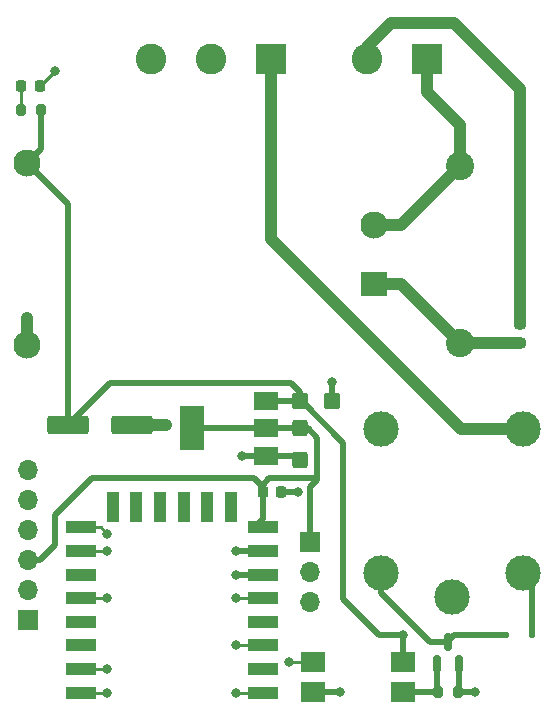
<source format=gtl>
G04 #@! TF.GenerationSoftware,KiCad,Pcbnew,7.0.8*
G04 #@! TF.CreationDate,2024-05-07T16:41:08-03:00*
G04 #@! TF.ProjectId,lamp_module_x1,6c616d70-5f6d-46f6-9475-6c655f78312e,1.1*
G04 #@! TF.SameCoordinates,Original*
G04 #@! TF.FileFunction,Copper,L1,Top*
G04 #@! TF.FilePolarity,Positive*
%FSLAX46Y46*%
G04 Gerber Fmt 4.6, Leading zero omitted, Abs format (unit mm)*
G04 Created by KiCad (PCBNEW 7.0.8) date 2024-05-07 16:41:08*
%MOMM*%
%LPD*%
G01*
G04 APERTURE LIST*
G04 Aperture macros list*
%AMRoundRect*
0 Rectangle with rounded corners*
0 $1 Rounding radius*
0 $2 $3 $4 $5 $6 $7 $8 $9 X,Y pos of 4 corners*
0 Add a 4 corners polygon primitive as box body*
4,1,4,$2,$3,$4,$5,$6,$7,$8,$9,$2,$3,0*
0 Add four circle primitives for the rounded corners*
1,1,$1+$1,$2,$3*
1,1,$1+$1,$4,$5*
1,1,$1+$1,$6,$7*
1,1,$1+$1,$8,$9*
0 Add four rect primitives between the rounded corners*
20,1,$1+$1,$2,$3,$4,$5,0*
20,1,$1+$1,$4,$5,$6,$7,0*
20,1,$1+$1,$6,$7,$8,$9,0*
20,1,$1+$1,$8,$9,$2,$3,0*%
G04 Aperture macros list end*
G04 #@! TA.AperFunction,SMDPad,CuDef*
%ADD10RoundRect,0.225000X-0.225000X-0.250000X0.225000X-0.250000X0.225000X0.250000X-0.225000X0.250000X0*%
G04 #@! TD*
G04 #@! TA.AperFunction,SMDPad,CuDef*
%ADD11RoundRect,0.150000X0.150000X-0.587500X0.150000X0.587500X-0.150000X0.587500X-0.150000X-0.587500X0*%
G04 #@! TD*
G04 #@! TA.AperFunction,SMDPad,CuDef*
%ADD12RoundRect,0.125000X0.125000X0.125000X-0.125000X0.125000X-0.125000X-0.125000X0.125000X-0.125000X0*%
G04 #@! TD*
G04 #@! TA.AperFunction,ComponentPad*
%ADD13R,1.700000X1.700000*%
G04 #@! TD*
G04 #@! TA.AperFunction,ComponentPad*
%ADD14O,1.700000X1.700000*%
G04 #@! TD*
G04 #@! TA.AperFunction,SMDPad,CuDef*
%ADD15RoundRect,0.218750X0.218750X0.256250X-0.218750X0.256250X-0.218750X-0.256250X0.218750X-0.256250X0*%
G04 #@! TD*
G04 #@! TA.AperFunction,ComponentPad*
%ADD16C,3.000000*%
G04 #@! TD*
G04 #@! TA.AperFunction,ComponentPad*
%ADD17R,2.600000X2.600000*%
G04 #@! TD*
G04 #@! TA.AperFunction,ComponentPad*
%ADD18C,2.600000*%
G04 #@! TD*
G04 #@! TA.AperFunction,SMDPad,CuDef*
%ADD19R,2.000000X1.500000*%
G04 #@! TD*
G04 #@! TA.AperFunction,SMDPad,CuDef*
%ADD20R,2.000000X3.800000*%
G04 #@! TD*
G04 #@! TA.AperFunction,SMDPad,CuDef*
%ADD21RoundRect,0.200000X-0.200000X-0.275000X0.200000X-0.275000X0.200000X0.275000X-0.200000X0.275000X0*%
G04 #@! TD*
G04 #@! TA.AperFunction,SMDPad,CuDef*
%ADD22RoundRect,0.250000X-0.425000X0.450000X-0.425000X-0.450000X0.425000X-0.450000X0.425000X0.450000X0*%
G04 #@! TD*
G04 #@! TA.AperFunction,SMDPad,CuDef*
%ADD23R,2.500000X1.100000*%
G04 #@! TD*
G04 #@! TA.AperFunction,SMDPad,CuDef*
%ADD24R,1.100000X2.500000*%
G04 #@! TD*
G04 #@! TA.AperFunction,ComponentPad*
%ADD25C,2.400000*%
G04 #@! TD*
G04 #@! TA.AperFunction,SMDPad,CuDef*
%ADD26R,2.000000X1.780000*%
G04 #@! TD*
G04 #@! TA.AperFunction,ComponentPad*
%ADD27R,2.300000X2.000000*%
G04 #@! TD*
G04 #@! TA.AperFunction,ComponentPad*
%ADD28C,2.300000*%
G04 #@! TD*
G04 #@! TA.AperFunction,SMDPad,CuDef*
%ADD29RoundRect,0.250000X-0.450000X-0.425000X0.450000X-0.425000X0.450000X0.425000X-0.450000X0.425000X0*%
G04 #@! TD*
G04 #@! TA.AperFunction,SMDPad,CuDef*
%ADD30RoundRect,0.218750X-0.256250X0.218750X-0.256250X-0.218750X0.256250X-0.218750X0.256250X0.218750X0*%
G04 #@! TD*
G04 #@! TA.AperFunction,SMDPad,CuDef*
%ADD31RoundRect,0.250000X-1.500000X-0.550000X1.500000X-0.550000X1.500000X0.550000X-1.500000X0.550000X0*%
G04 #@! TD*
G04 #@! TA.AperFunction,ViaPad*
%ADD32C,0.800000*%
G04 #@! TD*
G04 #@! TA.AperFunction,Conductor*
%ADD33C,1.000000*%
G04 #@! TD*
G04 #@! TA.AperFunction,Conductor*
%ADD34C,0.500000*%
G04 #@! TD*
G04 #@! TA.AperFunction,Conductor*
%ADD35C,0.250000*%
G04 #@! TD*
G04 APERTURE END LIST*
D10*
X152224000Y-94742000D03*
X153774000Y-94742000D03*
D11*
X166968000Y-109304800D03*
X168868000Y-109304800D03*
X167918000Y-107429800D03*
D12*
X174995500Y-106889300D03*
X172795500Y-106889300D03*
D13*
X156234000Y-99015300D03*
D14*
X156234000Y-101555300D03*
X156234000Y-104095300D03*
D15*
X133379500Y-60407300D03*
X131804500Y-60407300D03*
D16*
X168268000Y-103613300D03*
X162268000Y-89413300D03*
X174268000Y-89413300D03*
X174268000Y-101613300D03*
X162268000Y-101613300D03*
D17*
X152932000Y-58121300D03*
D18*
X147852000Y-58121300D03*
X142772000Y-58121300D03*
D13*
X132358000Y-105619300D03*
D14*
X132358000Y-103079300D03*
X132358000Y-100539300D03*
X132358000Y-97999300D03*
X132358000Y-95459300D03*
X132358000Y-92919300D03*
D17*
X166145000Y-58070300D03*
D18*
X161065000Y-58070300D03*
D19*
X152502000Y-91663300D03*
X152502000Y-89363300D03*
D20*
X146202000Y-89363300D03*
D19*
X152502000Y-87063300D03*
D21*
X167093000Y-111715300D03*
X168743000Y-111715300D03*
D22*
X155368000Y-89363300D03*
X155368000Y-92063300D03*
D23*
X152224000Y-111738800D03*
X152224000Y-109738800D03*
X152224000Y-107738800D03*
X152224000Y-105738800D03*
X152224000Y-103738800D03*
X152224000Y-101738800D03*
X152224000Y-99738800D03*
X152224000Y-97738800D03*
X136824000Y-97738800D03*
X136824000Y-99738800D03*
X136824000Y-101738800D03*
X136824000Y-103738800D03*
X136824000Y-105738800D03*
X136824000Y-107738800D03*
X136824000Y-109738800D03*
X136824000Y-111738800D03*
D24*
X149534000Y-96038800D03*
X147534000Y-96038800D03*
X145534000Y-96038800D03*
X143534000Y-96038800D03*
X141534000Y-96038800D03*
X139534000Y-96038800D03*
D25*
X168934000Y-82131300D03*
X168934000Y-67131300D03*
D26*
X156488000Y-109175300D03*
X156488000Y-111715300D03*
X164108000Y-111715300D03*
X164108000Y-109175300D03*
D27*
X161652500Y-77131300D03*
D28*
X161652500Y-72131300D03*
X132252500Y-82331300D03*
X132252500Y-66931300D03*
D29*
X155368000Y-87063301D03*
X158068000Y-87063301D03*
D30*
X174014000Y-80556300D03*
X174014000Y-82131300D03*
D31*
X135730000Y-89109300D03*
X141130000Y-89109300D03*
D21*
X131787000Y-62439300D03*
X133437000Y-62439300D03*
D32*
X164108000Y-106889300D03*
X150495000Y-91663301D03*
X158774000Y-111715300D03*
X132252500Y-80010000D03*
X134644000Y-59137300D03*
X158068000Y-85471000D03*
X155194000Y-94742000D03*
X170204000Y-111715300D03*
X144018000Y-89109300D03*
X139062999Y-98276802D03*
X149985000Y-101738802D03*
X149985001Y-99738802D03*
X139062999Y-109738803D03*
X139062999Y-111738800D03*
X149985001Y-103738802D03*
X149985001Y-107738807D03*
X149985001Y-111738804D03*
X139062999Y-99738806D03*
X154456000Y-109175300D03*
X139062999Y-103738802D03*
D33*
X161652500Y-77131300D02*
X163934000Y-77131300D01*
X163934000Y-77131300D02*
X168934000Y-82131300D01*
X168934000Y-82131300D02*
X174014000Y-82131300D01*
X161652500Y-72131300D02*
X163934000Y-72131300D01*
X168934000Y-67131300D02*
X168934000Y-63709300D01*
X166145000Y-60920300D02*
X166145000Y-58070300D01*
X163934000Y-72131300D02*
X168934000Y-67131300D01*
X168934000Y-63709300D02*
X166145000Y-60920300D01*
D34*
X174995500Y-106889300D02*
X174995500Y-102340800D01*
X164108000Y-109175300D02*
X164108000Y-106889300D01*
X132252500Y-66931300D02*
X135730000Y-70408800D01*
X133437000Y-65746800D02*
X132252500Y-66931300D01*
X135730000Y-89109300D02*
X139286000Y-85553300D01*
X135730000Y-70408800D02*
X135730000Y-89109300D01*
X152502001Y-87063301D02*
X155368000Y-87063301D01*
X155368000Y-86280000D02*
X155368000Y-87063301D01*
X162076000Y-106889300D02*
X159028000Y-103841300D01*
X152502000Y-87063300D02*
X152502001Y-87063301D01*
X159028000Y-103841300D02*
X159028000Y-90575000D01*
X174995500Y-102340800D02*
X174268000Y-101613300D01*
X139286000Y-85553300D02*
X154641300Y-85553300D01*
X133437000Y-62439300D02*
X133437000Y-65746800D01*
X155516301Y-87063301D02*
X155368000Y-87063301D01*
X154641300Y-85553300D02*
X155368000Y-86280000D01*
X159028000Y-90575000D02*
X155516301Y-87063301D01*
X174995500Y-102690800D02*
X173918000Y-101613300D01*
X164108000Y-106889300D02*
X162076000Y-106889300D01*
D33*
X142424000Y-89109300D02*
X144018000Y-89109300D01*
D34*
X154968000Y-91663300D02*
X155368000Y-92063300D01*
X168743000Y-111715300D02*
X170204000Y-111715300D01*
D35*
X133379500Y-60401800D02*
X134644000Y-59137300D01*
D34*
X150495000Y-91663301D02*
X152502000Y-91663300D01*
X152502000Y-91663300D02*
X154968000Y-91663300D01*
D35*
X133379500Y-60407300D02*
X133379500Y-60401800D01*
X137524000Y-97738800D02*
X138524997Y-97738800D01*
D34*
X156488000Y-111715300D02*
X158774000Y-111715300D01*
X155194000Y-94742000D02*
X153774000Y-94742000D01*
X168868000Y-109304800D02*
X168868000Y-111590300D01*
D35*
X138524997Y-97738800D02*
X139062999Y-98276802D01*
D34*
X168868000Y-111590300D02*
X168743000Y-111715300D01*
D33*
X132252500Y-82331300D02*
X132252500Y-80010000D01*
D34*
X158068000Y-85471000D02*
X158068000Y-87063301D01*
X152502000Y-89363300D02*
X155368000Y-89363300D01*
X134644000Y-96729300D02*
X137774300Y-93599000D01*
X152224000Y-94156000D02*
X152781000Y-93599000D01*
X133374000Y-100539300D02*
X134644000Y-99269300D01*
X151511000Y-93599000D02*
X152224000Y-94312000D01*
X134644000Y-99269300D02*
X134644000Y-96729300D01*
X152224000Y-97038800D02*
X151524000Y-97738800D01*
X152224000Y-94312000D02*
X152224000Y-94742000D01*
X152781000Y-93599000D02*
X156718000Y-93599000D01*
X156234000Y-99015300D02*
X156210000Y-98991300D01*
X137774300Y-93599000D02*
X151511000Y-93599000D01*
X152224000Y-94742000D02*
X152224000Y-94156000D01*
X156845000Y-93726000D02*
X156845000Y-90170000D01*
X146202000Y-89363300D02*
X152502000Y-89363300D01*
X156718000Y-93599000D02*
X156845000Y-93726000D01*
X156210000Y-94361000D02*
X156845000Y-93726000D01*
X152224000Y-94742000D02*
X152224000Y-97038800D01*
X156038300Y-89363300D02*
X155368000Y-89363300D01*
X156845000Y-90170000D02*
X156038300Y-89363300D01*
X156210000Y-98991300D02*
X156210000Y-94361000D01*
X132358000Y-100539300D02*
X133374000Y-100539300D01*
X149985000Y-101738802D02*
X151524000Y-101738801D01*
X162268000Y-103271300D02*
X162268000Y-101613300D01*
X166426500Y-107429800D02*
X162268000Y-103271300D01*
X167918000Y-107429800D02*
X168458500Y-106889300D01*
X168458500Y-106889300D02*
X172795500Y-106889300D01*
X167918000Y-107429800D02*
X166426500Y-107429800D01*
D35*
X131804500Y-62421800D02*
X131787000Y-62439300D01*
X131804500Y-60407300D02*
X131804500Y-62421800D01*
D34*
X149985001Y-99738802D02*
X151524000Y-99738802D01*
D33*
X173918000Y-89413300D02*
X168984000Y-89413300D01*
X152932000Y-73361300D02*
X152932000Y-58121300D01*
X168984000Y-89413300D02*
X152932000Y-73361300D01*
X161065000Y-57100300D02*
X161065000Y-58070300D01*
X168426000Y-55073300D02*
X163092000Y-55073300D01*
X174014000Y-60661300D02*
X168426000Y-55073300D01*
X163092000Y-55073300D02*
X161065000Y-57100300D01*
X174014000Y-80556300D02*
X174014000Y-60661300D01*
D35*
X139062996Y-109738800D02*
X139062999Y-109738803D01*
X137524000Y-109738800D02*
X139062996Y-109738800D01*
X137524000Y-111738800D02*
X139062999Y-111738800D01*
X151524000Y-103738802D02*
X149985001Y-103738802D01*
D34*
X166968000Y-109304800D02*
X166968000Y-111590300D01*
X166968000Y-111590300D02*
X167093000Y-111715300D01*
X164108000Y-111715300D02*
X167093000Y-111715300D01*
D35*
X149985005Y-107738802D02*
X149985001Y-107738807D01*
X151524000Y-107738802D02*
X149985005Y-107738802D01*
X151524000Y-111738800D02*
X149985003Y-111738802D01*
X149985003Y-111738802D02*
X149985001Y-111738804D01*
X137524003Y-99738806D02*
X137524000Y-99738802D01*
X139062999Y-99738806D02*
X137524003Y-99738806D01*
X156488000Y-109175300D02*
X154456000Y-109175300D01*
X139062999Y-103738802D02*
X137524000Y-103738802D01*
M02*

</source>
